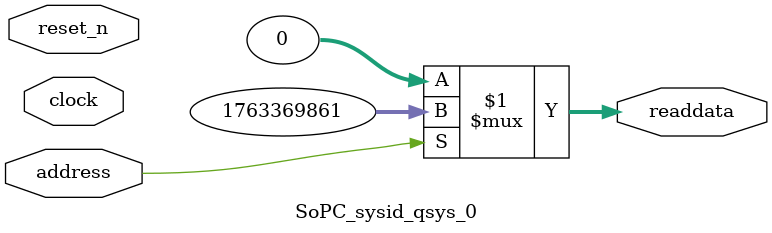
<source format=v>

`timescale 1ns / 1ps
// synthesis translate_on

// turn off superfluous verilog processor warnings 
// altera message_level Level1 
// altera message_off 10034 10035 10036 10037 10230 10240 10030 

module SoPC_sysid_qsys_0 (
               // inputs:
                address,
                clock,
                reset_n,

               // outputs:
                readdata
             )
;

  output  [ 31: 0] readdata;
  input            address;
  input            clock;
  input            reset_n;

  wire    [ 31: 0] readdata;
  //control_slave, which is an e_avalon_slave
  assign readdata = address ? 1763369861 : 0;

endmodule




</source>
